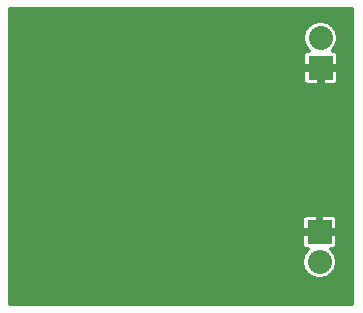
<source format=gbl>
G04 #@! TF.FileFunction,Copper,L2,Bot,Signal*
%FSLAX46Y46*%
G04 Gerber Fmt 4.6, Leading zero omitted, Abs format (unit mm)*
G04 Created by KiCad (PCBNEW 4.0.4-1.fc24-product) date Thu Mar  1 10:42:45 2018*
%MOMM*%
%LPD*%
G01*
G04 APERTURE LIST*
%ADD10C,0.100000*%
%ADD11R,2.032000X2.032000*%
%ADD12O,2.032000X2.032000*%
%ADD13C,0.300000*%
G04 APERTURE END LIST*
D10*
D11*
X202800000Y-75500000D03*
D12*
X202800000Y-72960000D03*
D11*
X202700000Y-89400000D03*
D12*
X202700000Y-91940000D03*
D13*
G36*
X205475000Y-95475000D02*
X176525000Y-95475000D01*
X176525000Y-91940000D01*
X201205279Y-91940000D01*
X201316872Y-92501014D01*
X201634660Y-92976619D01*
X202110265Y-93294407D01*
X202671279Y-93406000D01*
X202728721Y-93406000D01*
X203289735Y-93294407D01*
X203765340Y-92976619D01*
X204083128Y-92501014D01*
X204194721Y-91940000D01*
X204083128Y-91378986D01*
X203765340Y-90903381D01*
X203709395Y-90866000D01*
X203805511Y-90866000D01*
X203970905Y-90797491D01*
X204097492Y-90670904D01*
X204166000Y-90505510D01*
X204166000Y-89662500D01*
X204053500Y-89550000D01*
X202850000Y-89550000D01*
X202850000Y-89570000D01*
X202550000Y-89570000D01*
X202550000Y-89550000D01*
X201346500Y-89550000D01*
X201234000Y-89662500D01*
X201234000Y-90505510D01*
X201302508Y-90670904D01*
X201429095Y-90797491D01*
X201594489Y-90866000D01*
X201690605Y-90866000D01*
X201634660Y-90903381D01*
X201316872Y-91378986D01*
X201205279Y-91940000D01*
X176525000Y-91940000D01*
X176525000Y-88294490D01*
X201234000Y-88294490D01*
X201234000Y-89137500D01*
X201346500Y-89250000D01*
X202550000Y-89250000D01*
X202550000Y-88046500D01*
X202850000Y-88046500D01*
X202850000Y-89250000D01*
X204053500Y-89250000D01*
X204166000Y-89137500D01*
X204166000Y-88294490D01*
X204097492Y-88129096D01*
X203970905Y-88002509D01*
X203805511Y-87934000D01*
X202962500Y-87934000D01*
X202850000Y-88046500D01*
X202550000Y-88046500D01*
X202437500Y-87934000D01*
X201594489Y-87934000D01*
X201429095Y-88002509D01*
X201302508Y-88129096D01*
X201234000Y-88294490D01*
X176525000Y-88294490D01*
X176525000Y-75762500D01*
X201334000Y-75762500D01*
X201334000Y-76605510D01*
X201402508Y-76770904D01*
X201529095Y-76897491D01*
X201694489Y-76966000D01*
X202537500Y-76966000D01*
X202650000Y-76853500D01*
X202650000Y-75650000D01*
X202950000Y-75650000D01*
X202950000Y-76853500D01*
X203062500Y-76966000D01*
X203905511Y-76966000D01*
X204070905Y-76897491D01*
X204197492Y-76770904D01*
X204266000Y-76605510D01*
X204266000Y-75762500D01*
X204153500Y-75650000D01*
X202950000Y-75650000D01*
X202650000Y-75650000D01*
X201446500Y-75650000D01*
X201334000Y-75762500D01*
X176525000Y-75762500D01*
X176525000Y-72960000D01*
X201305279Y-72960000D01*
X201416872Y-73521014D01*
X201734660Y-73996619D01*
X201790605Y-74034000D01*
X201694489Y-74034000D01*
X201529095Y-74102509D01*
X201402508Y-74229096D01*
X201334000Y-74394490D01*
X201334000Y-75237500D01*
X201446500Y-75350000D01*
X202650000Y-75350000D01*
X202650000Y-75330000D01*
X202950000Y-75330000D01*
X202950000Y-75350000D01*
X204153500Y-75350000D01*
X204266000Y-75237500D01*
X204266000Y-74394490D01*
X204197492Y-74229096D01*
X204070905Y-74102509D01*
X203905511Y-74034000D01*
X203809395Y-74034000D01*
X203865340Y-73996619D01*
X204183128Y-73521014D01*
X204294721Y-72960000D01*
X204183128Y-72398986D01*
X203865340Y-71923381D01*
X203389735Y-71605593D01*
X202828721Y-71494000D01*
X202771279Y-71494000D01*
X202210265Y-71605593D01*
X201734660Y-71923381D01*
X201416872Y-72398986D01*
X201305279Y-72960000D01*
X176525000Y-72960000D01*
X176525000Y-70525000D01*
X205475000Y-70525000D01*
X205475000Y-95475000D01*
X205475000Y-95475000D01*
G37*
X205475000Y-95475000D02*
X176525000Y-95475000D01*
X176525000Y-91940000D01*
X201205279Y-91940000D01*
X201316872Y-92501014D01*
X201634660Y-92976619D01*
X202110265Y-93294407D01*
X202671279Y-93406000D01*
X202728721Y-93406000D01*
X203289735Y-93294407D01*
X203765340Y-92976619D01*
X204083128Y-92501014D01*
X204194721Y-91940000D01*
X204083128Y-91378986D01*
X203765340Y-90903381D01*
X203709395Y-90866000D01*
X203805511Y-90866000D01*
X203970905Y-90797491D01*
X204097492Y-90670904D01*
X204166000Y-90505510D01*
X204166000Y-89662500D01*
X204053500Y-89550000D01*
X202850000Y-89550000D01*
X202850000Y-89570000D01*
X202550000Y-89570000D01*
X202550000Y-89550000D01*
X201346500Y-89550000D01*
X201234000Y-89662500D01*
X201234000Y-90505510D01*
X201302508Y-90670904D01*
X201429095Y-90797491D01*
X201594489Y-90866000D01*
X201690605Y-90866000D01*
X201634660Y-90903381D01*
X201316872Y-91378986D01*
X201205279Y-91940000D01*
X176525000Y-91940000D01*
X176525000Y-88294490D01*
X201234000Y-88294490D01*
X201234000Y-89137500D01*
X201346500Y-89250000D01*
X202550000Y-89250000D01*
X202550000Y-88046500D01*
X202850000Y-88046500D01*
X202850000Y-89250000D01*
X204053500Y-89250000D01*
X204166000Y-89137500D01*
X204166000Y-88294490D01*
X204097492Y-88129096D01*
X203970905Y-88002509D01*
X203805511Y-87934000D01*
X202962500Y-87934000D01*
X202850000Y-88046500D01*
X202550000Y-88046500D01*
X202437500Y-87934000D01*
X201594489Y-87934000D01*
X201429095Y-88002509D01*
X201302508Y-88129096D01*
X201234000Y-88294490D01*
X176525000Y-88294490D01*
X176525000Y-75762500D01*
X201334000Y-75762500D01*
X201334000Y-76605510D01*
X201402508Y-76770904D01*
X201529095Y-76897491D01*
X201694489Y-76966000D01*
X202537500Y-76966000D01*
X202650000Y-76853500D01*
X202650000Y-75650000D01*
X202950000Y-75650000D01*
X202950000Y-76853500D01*
X203062500Y-76966000D01*
X203905511Y-76966000D01*
X204070905Y-76897491D01*
X204197492Y-76770904D01*
X204266000Y-76605510D01*
X204266000Y-75762500D01*
X204153500Y-75650000D01*
X202950000Y-75650000D01*
X202650000Y-75650000D01*
X201446500Y-75650000D01*
X201334000Y-75762500D01*
X176525000Y-75762500D01*
X176525000Y-72960000D01*
X201305279Y-72960000D01*
X201416872Y-73521014D01*
X201734660Y-73996619D01*
X201790605Y-74034000D01*
X201694489Y-74034000D01*
X201529095Y-74102509D01*
X201402508Y-74229096D01*
X201334000Y-74394490D01*
X201334000Y-75237500D01*
X201446500Y-75350000D01*
X202650000Y-75350000D01*
X202650000Y-75330000D01*
X202950000Y-75330000D01*
X202950000Y-75350000D01*
X204153500Y-75350000D01*
X204266000Y-75237500D01*
X204266000Y-74394490D01*
X204197492Y-74229096D01*
X204070905Y-74102509D01*
X203905511Y-74034000D01*
X203809395Y-74034000D01*
X203865340Y-73996619D01*
X204183128Y-73521014D01*
X204294721Y-72960000D01*
X204183128Y-72398986D01*
X203865340Y-71923381D01*
X203389735Y-71605593D01*
X202828721Y-71494000D01*
X202771279Y-71494000D01*
X202210265Y-71605593D01*
X201734660Y-71923381D01*
X201416872Y-72398986D01*
X201305279Y-72960000D01*
X176525000Y-72960000D01*
X176525000Y-70525000D01*
X205475000Y-70525000D01*
X205475000Y-95475000D01*
M02*

</source>
